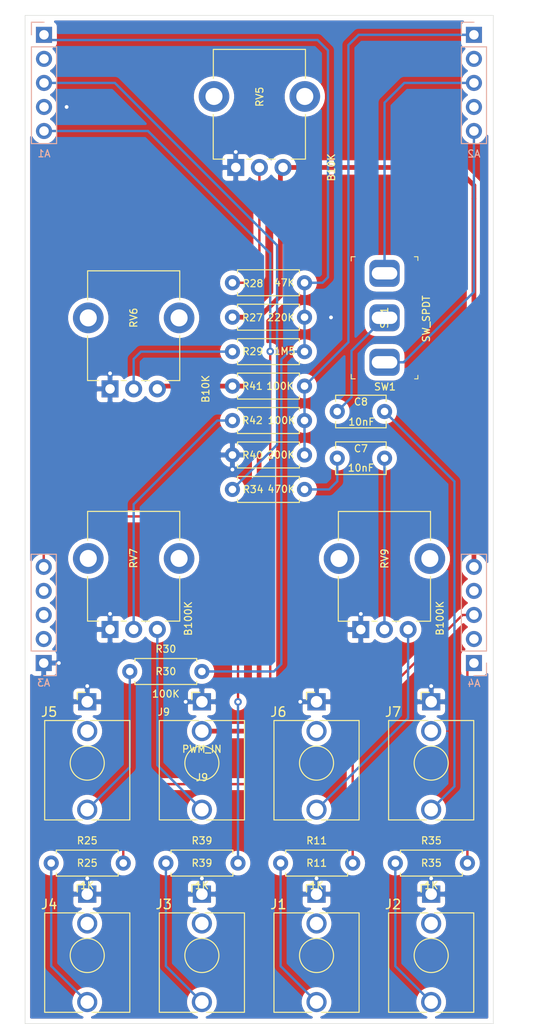
<source format=kicad_pcb>
(kicad_pcb (version 20171130) (host pcbnew "(5.1.4-0-10_14)")
  (layers (0 F.Cu signal) (31 B.Cu signal) (34 B.Paste user) (35 F.Paste user) (36 B.SilkS user) (37 F.SilkS user) (38 B.Mask user) (39 F.Mask user) (44 Edge.Cuts user))
  (net 0 "")
  (net 1 GND)
  (net 2 "Net-(J1-PadT)")
  (net 3 "Net-(J2-PadT)")
  (net 4 "Net-(J3-PadT)")
  (net 5 "Net-(J4-PadT)")
  (net 6 "Net-(J5-PadT)")
  (net 7 "Net-(C8-Pad1)")
  (net 8 +5V)
  (net 9 "Net-(R28-Pad2)")
  (net 10 "Net-(R29-Pad2)")
  (net 11 "Net-(C7-Pad2)")
  (net 12 "Net-(C7-Pad1)")
  (net 13 "Net-(C8-Pad2)")
  (net 14 "Net-(J9-PadT)")
  (net 15 "Net-(R42-Pad1)")
  (net 16 "Net-(J6-PadT)")
  (net 17 /LIN_FM_A)
  (net 18 /TRI_A)
  (net 19 /SIN_A)
  (net 20 /PWM_A)
  (net 21 /CV_IN_A)
  (net 22 /SAW_A)
  (net 23 /PULSE_A)
  (net 24 /HSYNC_A)
  (net 25 /SSYNC_A)
  (net 26 "Net-(J10-Pad4)")
  (net 27 "Net-(J10-Pad2)")
  (net 28 "Net-(J11-Pad4)")
  (net 29 "Net-(J11-Pad2)")
  (net 30 "Net-(J12-Pad4)")
  (net 31 "Net-(J12-Pad3)")
  (net 32 "Net-(J12-Pad2)")
  (net 33 "Net-(J13-Pad4)")
  (net 34 "Net-(J13-Pad2)")
  (net 35 "Net-(J1-PadTN)")
  (net 36 "Net-(J2-PadTN)")
  (net 37 "Net-(J3-PadTN)")
  (net 38 "Net-(J4-PadTN)")
  (net 39 "Net-(J5-PadTN)")
  (net 40 "Net-(J6-PadTN)")
  (net 41 "Net-(J7-PadTN)")
  (module digikey-footprints:Toggle_Switch_100SP1T1B4M2QE (layer F.Cu) (at 128.59 53.27 270)
    (fp_text reference SW1 (at 11.99 -0.04 180) (layer F.SilkS) (effects (font (size 0.75 0.75) (thickness 0.125))))
    (fp_text value SW_SPDT (at 4.81 -4.41 270) (layer F.SilkS) (effects (font (size 0.75 0.75) (thickness 0.125))))
    (fp_line (start 11.15 -3.525) (end 11.15 -3.175) (layer F.SilkS) (width 0.1))
    (fp_line (start 10.775 -3.525) (end 11.15 -3.525) (layer F.SilkS) (width 0.1))
    (fp_line (start -1.75 -3.525) (end -1.35 -3.525) (layer F.SilkS) (width 0.1))
    (fp_line (start -1.75 -3.525) (end -1.75 -3.15) (layer F.SilkS) (width 0.1))
    (fp_line (start -1.75 3.525) (end -1.75 3.1) (layer F.SilkS) (width 0.1))
    (fp_line (start -1.75 3.525) (end -1.3 3.525) (layer F.SilkS) (width 0.1))
    (fp_line (start 11.125 3.525) (end 10.675 3.525) (layer F.SilkS) (width 0.1))
    (fp_line (start 11.15 3.525) (end 11.15 3.1) (layer F.SilkS) (width 0.1))
    (fp_text user %R (at 4.7 0 270) (layer F.SilkS) (effects (font (size 0.75 0.75) (thickness 0.125))))
    (pad 3 thru_hole roundrect (at 9.4 0 270) (size 2.85 3.2) (drill oval 1.3 2.7) (layers *.Cu *.Mask) (net 25 /SSYNC_A))
    (pad 2 thru_hole roundrect (at 4.7 0 270) (size 2.85 3.2) (drill oval 1.3 2.7) (layers *.Cu *.Mask) (net 13 "Net-(C8-Pad2)"))
    (pad 1 thru_hole roundrect (at 0 0 270) (size 2.85 3.2) (drill oval 1.3 2.7) (layers *.Cu *.Mask) (net 24 /HSYNC_A))
  )
  (module Potentiometer_THT:Potentiometer_Alpha_RD901F-40-00D_Single_Vertical_CircularHoles (layer F.Cu) (at 112.86 42.09 90)
    (fp_text reference RV5 (at 7.46 2.53 270) (layer F.SilkS) (effects (font (size 0.75 0.75) (thickness 0.125))))
    (fp_text value B10K (at 0 10.11 270) (layer F.SilkS) (effects (font (size 0.75 0.75) (thickness 0.125))))
    (fp_line (start 0.88 4.16) (end 0.88 3.33) (layer F.SilkS) (width 0.12))
    (fp_line (start 0.88 1.71) (end 0.88 1.18) (layer F.SilkS) (width 0.12))
    (fp_line (start 0.88 -1.19) (end 0.88 -2.37) (layer F.SilkS) (width 0.12))
    (fp_line (start 0.88 7.37) (end 5.6 7.37) (layer F.SilkS) (width 0.12))
    (fp_line (start 9.41 -2.37) (end 12.47 -2.37) (layer F.SilkS) (width 0.12))
    (fp_line (start 0.88 -2.38) (end 5.6 -2.38) (layer F.SilkS) (width 0.12))
    (fp_line (start 9.41 7.37) (end 12.47 7.37) (layer F.SilkS) (width 0.12))
    (fp_line (start 0.88 7.37) (end 0.88 5.88) (layer F.SilkS) (width 0.12))
    (fp_line (start 12.47 7.37) (end 12.47 -2.37) (layer F.SilkS) (width 0.12))
    (pad "" thru_hole circle (at 7.5 -2.3 180) (size 3.24 3.24) (drill 1.8) (layers *.Cu *.Mask))
    (pad "" thru_hole circle (at 7.5 7.3 180) (size 3.24 3.24) (drill 1.8) (layers *.Cu *.Mask))
    (pad 3 thru_hole circle (at 0 5 180) (size 1.8 1.8) (drill 1) (layers *.Cu *.Mask) (net 8 +5V))
    (pad 2 thru_hole circle (at 0 2.5 180) (size 1.8 1.8) (drill 1) (layers *.Cu *.Mask) (net 9 "Net-(R28-Pad2)"))
    (pad 1 thru_hole rect (at 0 0 180) (size 1.8 1.8) (drill 1) (layers *.Cu *.Mask) (net 1 GND))
  )
  (module Connector_Audio:Jack_3.5mm_QingPu_WQP-PJ398SM_Vertical_CircularHoles (layer F.Cu) (at 133.52 98.53)
    (fp_text reference J7 (at -4.03 1.08 180) (layer F.SilkS))
    (fp_text value SYNC_IN)
    (fp_line (start -1.06 -1) (end -0.2 -1) (layer F.SilkS) (width 0.12))
    (fp_line (start -1.06 -1) (end -1.06 -0.2) (layer F.SilkS) (width 0.12))
    (fp_circle (center 0 6.48) (end 1.8 6.48) (layer F.SilkS) (width 0.12))
    (fp_line (start -0.35 1.98) (end -4.5 1.98) (layer F.SilkS) (width 0.12))
    (fp_line (start 4.5 1.98) (end 0.35 1.98) (layer F.SilkS) (width 0.12))
    (fp_line (start -0.5 12.48) (end -4.5 12.48) (layer F.SilkS) (width 0.12))
    (fp_line (start 4.5 12.48) (end 0.5 12.48) (layer F.SilkS) (width 0.12))
    (fp_line (start 4.5 1.98) (end 4.5 12.48) (layer F.SilkS) (width 0.12))
    (fp_line (start -4.5 1.98) (end -4.5 12.48) (layer F.SilkS) (width 0.12))
    (pad T thru_hole circle (at 0 11.4 180) (size 2.13 2.13) (drill 1.43) (layers *.Cu *.Mask) (net 7 "Net-(C8-Pad1)"))
    (pad S thru_hole rect (at 0 0 180) (size 1.93 1.83) (drill 1.22) (layers *.Cu *.Mask) (net 1 GND))
    (pad TN thru_hole circle (at 0 3.1 180) (size 2.13 2.13) (drill 1.42) (layers *.Cu *.Mask) (net 41 "Net-(J7-PadTN)"))
  )
  (module Connector_Audio:Jack_3.5mm_QingPu_WQP-PJ398SM_Vertical_CircularHoles (layer F.Cu) (at 121.4 98.53)
    (fp_text reference J6 (at -4.03 1.08 180) (layer F.SilkS))
    (fp_text value FM_IN)
    (fp_line (start -1.06 -1) (end -0.2 -1) (layer F.SilkS) (width 0.12))
    (fp_line (start -1.06 -1) (end -1.06 -0.2) (layer F.SilkS) (width 0.12))
    (fp_circle (center 0 6.48) (end 1.8 6.48) (layer F.SilkS) (width 0.12))
    (fp_line (start -0.35 1.98) (end -4.5 1.98) (layer F.SilkS) (width 0.12))
    (fp_line (start 4.5 1.98) (end 0.35 1.98) (layer F.SilkS) (width 0.12))
    (fp_line (start -0.5 12.48) (end -4.5 12.48) (layer F.SilkS) (width 0.12))
    (fp_line (start 4.5 12.48) (end 0.5 12.48) (layer F.SilkS) (width 0.12))
    (fp_line (start 4.5 1.98) (end 4.5 12.48) (layer F.SilkS) (width 0.12))
    (fp_line (start -4.5 1.98) (end -4.5 12.48) (layer F.SilkS) (width 0.12))
    (pad T thru_hole circle (at 0 11.4 180) (size 2.13 2.13) (drill 1.43) (layers *.Cu *.Mask) (net 16 "Net-(J6-PadT)"))
    (pad S thru_hole rect (at 0 0 180) (size 1.93 1.83) (drill 1.22) (layers *.Cu *.Mask) (net 1 GND))
    (pad TN thru_hole circle (at 0 3.1 180) (size 2.13 2.13) (drill 1.42) (layers *.Cu *.Mask) (net 40 "Net-(J6-PadTN)"))
  )
  (module Connector_Audio:Jack_3.5mm_QingPu_WQP-PJ398SM_Vertical_CircularHoles (layer F.Cu) (at 97.16 98.53)
    (fp_text reference J5 (at -4.03 1.08 180) (layer F.SilkS))
    (fp_text value V/OCT_IN)
    (fp_line (start -1.06 -1) (end -0.2 -1) (layer F.SilkS) (width 0.12))
    (fp_line (start -1.06 -1) (end -1.06 -0.2) (layer F.SilkS) (width 0.12))
    (fp_circle (center 0 6.48) (end 1.8 6.48) (layer F.SilkS) (width 0.12))
    (fp_line (start -0.35 1.98) (end -4.5 1.98) (layer F.SilkS) (width 0.12))
    (fp_line (start 4.5 1.98) (end 0.35 1.98) (layer F.SilkS) (width 0.12))
    (fp_line (start -0.5 12.48) (end -4.5 12.48) (layer F.SilkS) (width 0.12))
    (fp_line (start 4.5 12.48) (end 0.5 12.48) (layer F.SilkS) (width 0.12))
    (fp_line (start 4.5 1.98) (end 4.5 12.48) (layer F.SilkS) (width 0.12))
    (fp_line (start -4.5 1.98) (end -4.5 12.48) (layer F.SilkS) (width 0.12))
    (pad T thru_hole circle (at 0 11.4 180) (size 2.13 2.13) (drill 1.43) (layers *.Cu *.Mask) (net 6 "Net-(J5-PadT)"))
    (pad S thru_hole rect (at 0 0 180) (size 1.93 1.83) (drill 1.22) (layers *.Cu *.Mask) (net 1 GND))
    (pad TN thru_hole circle (at 0 3.1 180) (size 2.13 2.13) (drill 1.42) (layers *.Cu *.Mask) (net 39 "Net-(J5-PadTN)"))
  )
  (module Connector_Audio:Jack_3.5mm_QingPu_WQP-PJ398SM_Vertical_CircularHoles (layer F.Cu) (at 97.16 118.85)
    (fp_text reference J4 (at -4.03 1.08 180) (layer F.SilkS))
    (fp_text value SIN_OUT)
    (fp_line (start -1.06 -1) (end -0.2 -1) (layer F.SilkS) (width 0.12))
    (fp_line (start -1.06 -1) (end -1.06 -0.2) (layer F.SilkS) (width 0.12))
    (fp_circle (center 0 6.48) (end 1.8 6.48) (layer F.SilkS) (width 0.12))
    (fp_line (start -0.35 1.98) (end -4.5 1.98) (layer F.SilkS) (width 0.12))
    (fp_line (start 4.5 1.98) (end 0.35 1.98) (layer F.SilkS) (width 0.12))
    (fp_line (start -0.5 12.48) (end -4.5 12.48) (layer F.SilkS) (width 0.12))
    (fp_line (start 4.5 12.48) (end 0.5 12.48) (layer F.SilkS) (width 0.12))
    (fp_line (start 4.5 1.98) (end 4.5 12.48) (layer F.SilkS) (width 0.12))
    (fp_line (start -4.5 1.98) (end -4.5 12.48) (layer F.SilkS) (width 0.12))
    (pad T thru_hole circle (at 0 11.4 180) (size 2.13 2.13) (drill 1.43) (layers *.Cu *.Mask) (net 5 "Net-(J4-PadT)"))
    (pad S thru_hole rect (at 0 0 180) (size 1.93 1.83) (drill 1.22) (layers *.Cu *.Mask) (net 1 GND))
    (pad TN thru_hole circle (at 0 3.1 180) (size 2.13 2.13) (drill 1.42) (layers *.Cu *.Mask) (net 38 "Net-(J4-PadTN)"))
  )
  (module Connector_Audio:Jack_3.5mm_QingPu_WQP-PJ398SM_Vertical_CircularHoles (layer F.Cu) (at 109.28 118.85)
    (fp_text reference J3 (at -4.03 1.08 180) (layer F.SilkS))
    (fp_text value TRI_OUT)
    (fp_line (start -1.06 -1) (end -0.2 -1) (layer F.SilkS) (width 0.12))
    (fp_line (start -1.06 -1) (end -1.06 -0.2) (layer F.SilkS) (width 0.12))
    (fp_circle (center 0 6.48) (end 1.8 6.48) (layer F.SilkS) (width 0.12))
    (fp_line (start -0.35 1.98) (end -4.5 1.98) (layer F.SilkS) (width 0.12))
    (fp_line (start 4.5 1.98) (end 0.35 1.98) (layer F.SilkS) (width 0.12))
    (fp_line (start -0.5 12.48) (end -4.5 12.48) (layer F.SilkS) (width 0.12))
    (fp_line (start 4.5 12.48) (end 0.5 12.48) (layer F.SilkS) (width 0.12))
    (fp_line (start 4.5 1.98) (end 4.5 12.48) (layer F.SilkS) (width 0.12))
    (fp_line (start -4.5 1.98) (end -4.5 12.48) (layer F.SilkS) (width 0.12))
    (pad T thru_hole circle (at 0 11.4 180) (size 2.13 2.13) (drill 1.43) (layers *.Cu *.Mask) (net 4 "Net-(J3-PadT)"))
    (pad S thru_hole rect (at 0 0 180) (size 1.93 1.83) (drill 1.22) (layers *.Cu *.Mask) (net 1 GND))
    (pad TN thru_hole circle (at 0 3.1 180) (size 2.13 2.13) (drill 1.42) (layers *.Cu *.Mask) (net 37 "Net-(J3-PadTN)"))
  )
  (module Connector_Audio:Jack_3.5mm_QingPu_WQP-PJ398SM_Vertical_CircularHoles (layer F.Cu) (at 133.52 118.85)
    (fp_text reference J2 (at -4.03 1.08 180) (layer F.SilkS))
    (fp_text value PULSE_OUT)
    (fp_line (start -1.06 -1) (end -0.2 -1) (layer F.SilkS) (width 0.12))
    (fp_line (start -1.06 -1) (end -1.06 -0.2) (layer F.SilkS) (width 0.12))
    (fp_circle (center 0 6.48) (end 1.8 6.48) (layer F.SilkS) (width 0.12))
    (fp_line (start -0.35 1.98) (end -4.5 1.98) (layer F.SilkS) (width 0.12))
    (fp_line (start 4.5 1.98) (end 0.35 1.98) (layer F.SilkS) (width 0.12))
    (fp_line (start -0.5 12.48) (end -4.5 12.48) (layer F.SilkS) (width 0.12))
    (fp_line (start 4.5 12.48) (end 0.5 12.48) (layer F.SilkS) (width 0.12))
    (fp_line (start 4.5 1.98) (end 4.5 12.48) (layer F.SilkS) (width 0.12))
    (fp_line (start -4.5 1.98) (end -4.5 12.48) (layer F.SilkS) (width 0.12))
    (pad T thru_hole circle (at 0 11.4 180) (size 2.13 2.13) (drill 1.43) (layers *.Cu *.Mask) (net 3 "Net-(J2-PadT)"))
    (pad S thru_hole rect (at 0 0 180) (size 1.93 1.83) (drill 1.22) (layers *.Cu *.Mask) (net 1 GND))
    (pad TN thru_hole circle (at 0 3.1 180) (size 2.13 2.13) (drill 1.42) (layers *.Cu *.Mask) (net 36 "Net-(J2-PadTN)"))
  )
  (module Connector_Audio:Jack_3.5mm_QingPu_WQP-PJ398SM_Vertical_CircularHoles (layer F.Cu) (at 121.4 118.85)
    (fp_text reference J1 (at -4.03 1.08 180) (layer F.SilkS))
    (fp_text value SAW_OUT)
    (fp_line (start -1.06 -1) (end -0.2 -1) (layer F.SilkS) (width 0.12))
    (fp_line (start -1.06 -1) (end -1.06 -0.2) (layer F.SilkS) (width 0.12))
    (fp_circle (center 0 6.48) (end 1.8 6.48) (layer F.SilkS) (width 0.12))
    (fp_line (start -0.35 1.98) (end -4.5 1.98) (layer F.SilkS) (width 0.12))
    (fp_line (start 4.5 1.98) (end 0.35 1.98) (layer F.SilkS) (width 0.12))
    (fp_line (start -0.5 12.48) (end -4.5 12.48) (layer F.SilkS) (width 0.12))
    (fp_line (start 4.5 12.48) (end 0.5 12.48) (layer F.SilkS) (width 0.12))
    (fp_line (start 4.5 1.98) (end 4.5 12.48) (layer F.SilkS) (width 0.12))
    (fp_line (start -4.5 1.98) (end -4.5 12.48) (layer F.SilkS) (width 0.12))
    (pad T thru_hole circle (at 0 11.4 180) (size 2.13 2.13) (drill 1.43) (layers *.Cu *.Mask) (net 2 "Net-(J1-PadT)"))
    (pad S thru_hole rect (at 0 0 180) (size 1.93 1.83) (drill 1.22) (layers *.Cu *.Mask) (net 1 GND))
    (pad TN thru_hole circle (at 0 3.1 180) (size 2.13 2.13) (drill 1.42) (layers *.Cu *.Mask) (net 35 "Net-(J1-PadTN)"))
  )
  (module Capacitor_THT:C_Disc_D5.1mm_W3.2mm_P5.00mm (layer F.Cu) (at 128.59 67.87 180)
    (fp_text reference C8 (at 2.5 1.02) (layer F.SilkS) (effects (font (size 0.75 0.75) (thickness 0.125))))
    (fp_text value 10nF (at 2.44 -1.1) (layer F.SilkS) (effects (font (size 0.75 0.75) (thickness 0.125))))
    (fp_line (start 5.17 1.055) (end 5.17 1.721) (layer F.SilkS) (width 0.12))
    (fp_line (start 5.17 -1.721) (end 5.17 -1.055) (layer F.SilkS) (width 0.12))
    (fp_line (start -0.17 1.055) (end -0.17 1.721) (layer F.SilkS) (width 0.12))
    (fp_line (start -0.17 -1.721) (end -0.17 -1.055) (layer F.SilkS) (width 0.12))
    (fp_line (start -0.17 1.721) (end 5.17 1.721) (layer F.SilkS) (width 0.12))
    (fp_line (start -0.17 -1.721) (end 5.17 -1.721) (layer F.SilkS) (width 0.12))
    (pad 2 thru_hole circle (at 5 0 180) (size 1.6 1.6) (drill 0.8) (layers *.Cu *.Mask) (net 13 "Net-(C8-Pad2)"))
    (pad 1 thru_hole circle (at 0 0 180) (size 1.6 1.6) (drill 0.8) (layers *.Cu *.Mask) (net 7 "Net-(C8-Pad1)"))
  )
  (module Capacitor_THT:C_Disc_D5.1mm_W3.2mm_P5.00mm (layer F.Cu) (at 128.59 72.8 180)
    (fp_text reference C7 (at 2.5 1.01) (layer F.SilkS) (effects (font (size 0.75 0.75) (thickness 0.125))))
    (fp_text value 10nF (at 2.5 -1.03) (layer F.SilkS) (effects (font (size 0.75 0.75) (thickness 0.125))))
    (fp_line (start 5.17 1.055) (end 5.17 1.721) (layer F.SilkS) (width 0.12))
    (fp_line (start 5.17 -1.721) (end 5.17 -1.055) (layer F.SilkS) (width 0.12))
    (fp_line (start -0.17 1.055) (end -0.17 1.721) (layer F.SilkS) (width 0.12))
    (fp_line (start -0.17 -1.721) (end -0.17 -1.055) (layer F.SilkS) (width 0.12))
    (fp_line (start -0.17 1.721) (end 5.17 1.721) (layer F.SilkS) (width 0.12))
    (fp_line (start -0.17 -1.721) (end 5.17 -1.721) (layer F.SilkS) (width 0.12))
    (pad 2 thru_hole circle (at 5 0 180) (size 1.6 1.6) (drill 0.8) (layers *.Cu *.Mask) (net 11 "Net-(C7-Pad2)"))
    (pad 1 thru_hole circle (at 0 0 180) (size 1.6 1.6) (drill 0.8) (layers *.Cu *.Mask) (net 12 "Net-(C7-Pad1)"))
  )
  (module Connector_PinSocket_2.54mm:PinSocket_1x05_P2.54mm_Vertical (layer B.Cu) (at 138.04 94.44)
    (fp_text reference J13)
    (fp_text value A4 (at 0 2.14) (layer B.SilkS) (effects (font (size 0.75 0.75) (thickness 0.125)) (justify mirror)))
    (fp_line (start 0 1.33) (end 1.33 1.33) (layer B.SilkS) (width 0.12))
    (fp_line (start 1.33 1.33) (end 1.33 0) (layer B.SilkS) (width 0.12))
    (fp_line (start 1.33 -1.27) (end 1.33 -11.49) (layer B.SilkS) (width 0.12))
    (fp_line (start -1.33 -11.49) (end 1.33 -11.49) (layer B.SilkS) (width 0.12))
    (fp_line (start -1.33 -1.27) (end -1.33 -11.49) (layer B.SilkS) (width 0.12))
    (fp_line (start -1.33 -1.27) (end 1.33 -1.27) (layer B.SilkS) (width 0.12))
    (pad 5 thru_hole oval (at 0 -10.16) (size 1.7 1.7) (drill 1) (layers *.Cu *.Mask) (net 8 +5V))
    (pad 4 thru_hole oval (at 0 -7.62) (size 1.7 1.7) (drill 1) (layers *.Cu *.Mask) (net 33 "Net-(J13-Pad4)"))
    (pad 3 thru_hole oval (at 0 -5.08) (size 1.7 1.7) (drill 1) (layers *.Cu *.Mask) (net 22 /SAW_A))
    (pad 2 thru_hole oval (at 0 -2.54) (size 1.7 1.7) (drill 1) (layers *.Cu *.Mask) (net 34 "Net-(J13-Pad2)"))
    (pad 1 thru_hole rect (at 0 0) (size 1.7 1.7) (drill 1) (layers *.Cu *.Mask) (net 23 /PULSE_A))
  )
  (module Connector_PinSocket_2.54mm:PinSocket_1x05_P2.54mm_Vertical (layer B.Cu) (at 92.56 94.44)
    (fp_text reference J12)
    (fp_text value A3 (at -0.01 2.09) (layer B.SilkS) (effects (font (size 0.75 0.75) (thickness 0.125)) (justify mirror)))
    (fp_line (start 0 1.33) (end 1.33 1.33) (layer B.SilkS) (width 0.12))
    (fp_line (start 1.33 1.33) (end 1.33 0) (layer B.SilkS) (width 0.12))
    (fp_line (start 1.33 -1.27) (end 1.33 -11.49) (layer B.SilkS) (width 0.12))
    (fp_line (start -1.33 -11.49) (end 1.33 -11.49) (layer B.SilkS) (width 0.12))
    (fp_line (start -1.33 -1.27) (end -1.33 -11.49) (layer B.SilkS) (width 0.12))
    (fp_line (start -1.33 -1.27) (end 1.33 -1.27) (layer B.SilkS) (width 0.12))
    (pad 5 thru_hole oval (at 0 -10.16) (size 1.7 1.7) (drill 1) (layers *.Cu *.Mask) (net 18 /TRI_A))
    (pad 4 thru_hole oval (at 0 -7.62) (size 1.7 1.7) (drill 1) (layers *.Cu *.Mask) (net 30 "Net-(J12-Pad4)"))
    (pad 3 thru_hole oval (at 0 -5.08) (size 1.7 1.7) (drill 1) (layers *.Cu *.Mask) (net 31 "Net-(J12-Pad3)"))
    (pad 2 thru_hole oval (at 0 -2.54) (size 1.7 1.7) (drill 1) (layers *.Cu *.Mask) (net 32 "Net-(J12-Pad2)"))
    (pad 1 thru_hole rect (at 0 0) (size 1.7 1.7) (drill 1) (layers *.Cu *.Mask) (net 1 GND))
  )
  (module Connector_PinSocket_2.54mm:PinSocket_1x05_P2.54mm_Vertical (layer B.Cu) (at 138.04 28.08 180)
    (fp_text reference J11)
    (fp_text value A2 (at 0 -12.57) (layer B.SilkS) (effects (font (size 0.75 0.75) (thickness 0.125)) (justify mirror)))
    (fp_line (start 0 1.33) (end 1.33 1.33) (layer B.SilkS) (width 0.12))
    (fp_line (start 1.33 1.33) (end 1.33 0) (layer B.SilkS) (width 0.12))
    (fp_line (start 1.33 -1.27) (end 1.33 -11.49) (layer B.SilkS) (width 0.12))
    (fp_line (start -1.33 -11.49) (end 1.33 -11.49) (layer B.SilkS) (width 0.12))
    (fp_line (start -1.33 -1.27) (end -1.33 -11.49) (layer B.SilkS) (width 0.12))
    (fp_line (start -1.33 -1.27) (end 1.33 -1.27) (layer B.SilkS) (width 0.12))
    (pad 5 thru_hole oval (at 0 -10.16 180) (size 1.7 1.7) (drill 1) (layers *.Cu *.Mask) (net 25 /SSYNC_A))
    (pad 4 thru_hole oval (at 0 -7.62 180) (size 1.7 1.7) (drill 1) (layers *.Cu *.Mask) (net 28 "Net-(J11-Pad4)"))
    (pad 3 thru_hole oval (at 0 -5.08 180) (size 1.7 1.7) (drill 1) (layers *.Cu *.Mask) (net 24 /HSYNC_A))
    (pad 2 thru_hole oval (at 0 -2.54 180) (size 1.7 1.7) (drill 1) (layers *.Cu *.Mask) (net 29 "Net-(J11-Pad2)"))
    (pad 1 thru_hole rect (at 0 0 180) (size 1.7 1.7) (drill 1) (layers *.Cu *.Mask) (net 20 /PWM_A))
  )
  (module Connector_PinSocket_2.54mm:PinSocket_1x05_P2.54mm_Vertical (layer B.Cu) (at 92.59 28.08 180)
    (fp_text reference J10)
    (fp_text value A1 (at 0 -12.55) (layer B.SilkS) (effects (font (size 0.75 0.75) (thickness 0.125)) (justify mirror)))
    (fp_line (start 0 1.33) (end 1.33 1.33) (layer B.SilkS) (width 0.12))
    (fp_line (start 1.33 1.33) (end 1.33 0) (layer B.SilkS) (width 0.12))
    (fp_line (start 1.33 -1.27) (end 1.33 -11.49) (layer B.SilkS) (width 0.12))
    (fp_line (start -1.33 -11.49) (end 1.33 -11.49) (layer B.SilkS) (width 0.12))
    (fp_line (start -1.33 -1.27) (end -1.33 -11.49) (layer B.SilkS) (width 0.12))
    (fp_line (start -1.33 -1.27) (end 1.33 -1.27) (layer B.SilkS) (width 0.12))
    (pad 5 thru_hole oval (at 0 -10.16 180) (size 1.7 1.7) (drill 1) (layers *.Cu *.Mask) (net 19 /SIN_A))
    (pad 4 thru_hole oval (at 0 -7.62 180) (size 1.7 1.7) (drill 1) (layers *.Cu *.Mask) (net 26 "Net-(J10-Pad4)"))
    (pad 3 thru_hole oval (at 0 -5.08 180) (size 1.7 1.7) (drill 1) (layers *.Cu *.Mask) (net 17 /LIN_FM_A))
    (pad 2 thru_hole oval (at 0 -2.54 180) (size 1.7 1.7) (drill 1) (layers *.Cu *.Mask) (net 27 "Net-(J10-Pad2)"))
    (pad 1 thru_hole rect (at 0 0 180) (size 1.7 1.7) (drill 1) (layers *.Cu *.Mask) (net 21 /CV_IN_A))
  )
  (module Potentiometer_THT:Potentiometer_Alpha_RD901F-40-00D_Single_Vertical_CircularHoles (layer F.Cu) (at 126.08 90.9 90)
    (fp_text reference RV9 (at 7.49 2.53 270) (layer F.SilkS) (effects (font (size 0.75 0.75) (thickness 0.125))))
    (fp_text value B100K (at 1.19 8.37 270) (layer F.SilkS) (effects (font (size 0.75 0.75) (thickness 0.125))))
    (fp_line (start 0.88 4.16) (end 0.88 3.33) (layer F.SilkS) (width 0.12))
    (fp_line (start 0.88 1.71) (end 0.88 1.18) (layer F.SilkS) (width 0.12))
    (fp_line (start 0.88 -1.19) (end 0.88 -2.37) (layer F.SilkS) (width 0.12))
    (fp_line (start 0.88 7.37) (end 5.6 7.37) (layer F.SilkS) (width 0.12))
    (fp_line (start 9.41 -2.37) (end 12.47 -2.37) (layer F.SilkS) (width 0.12))
    (fp_line (start 0.88 -2.38) (end 5.6 -2.38) (layer F.SilkS) (width 0.12))
    (fp_line (start 9.41 7.37) (end 12.47 7.37) (layer F.SilkS) (width 0.12))
    (fp_line (start 0.88 7.37) (end 0.88 5.88) (layer F.SilkS) (width 0.12))
    (fp_line (start 12.47 7.37) (end 12.47 -2.37) (layer F.SilkS) (width 0.12))
    (pad "" thru_hole circle (at 7.5 -2.3 180) (size 3.24 3.24) (drill 1.8) (layers *.Cu *.Mask))
    (pad "" thru_hole circle (at 7.5 7.3 180) (size 3.24 3.24) (drill 1.8) (layers *.Cu *.Mask))
    (pad 3 thru_hole circle (at 0 5 180) (size 1.8 1.8) (drill 1) (layers *.Cu *.Mask) (net 16 "Net-(J6-PadT)"))
    (pad 2 thru_hole circle (at 0 2.5 180) (size 1.8 1.8) (drill 1) (layers *.Cu *.Mask) (net 12 "Net-(C7-Pad1)"))
    (pad 1 thru_hole rect (at 0 0 180) (size 1.8 1.8) (drill 1) (layers *.Cu *.Mask) (net 1 GND))
  )
  (module Potentiometer_THT:Potentiometer_Alpha_RD901F-40-00D_Single_Vertical_CircularHoles (layer F.Cu) (at 99.57 90.89 90)
    (fp_text reference RV7 (at 7.52 2.49 270) (layer F.SilkS) (effects (font (size 0.75 0.75) (thickness 0.125))))
    (fp_text value B100K (at 1.15 8.27 270) (layer F.SilkS) (effects (font (size 0.75 0.75) (thickness 0.125))))
    (fp_line (start 0.88 4.16) (end 0.88 3.33) (layer F.SilkS) (width 0.12))
    (fp_line (start 0.88 1.71) (end 0.88 1.18) (layer F.SilkS) (width 0.12))
    (fp_line (start 0.88 -1.19) (end 0.88 -2.37) (layer F.SilkS) (width 0.12))
    (fp_line (start 0.88 7.37) (end 5.6 7.37) (layer F.SilkS) (width 0.12))
    (fp_line (start 9.41 -2.37) (end 12.47 -2.37) (layer F.SilkS) (width 0.12))
    (fp_line (start 0.88 -2.38) (end 5.6 -2.38) (layer F.SilkS) (width 0.12))
    (fp_line (start 9.41 7.37) (end 12.47 7.37) (layer F.SilkS) (width 0.12))
    (fp_line (start 0.88 7.37) (end 0.88 5.88) (layer F.SilkS) (width 0.12))
    (fp_line (start 12.47 7.37) (end 12.47 -2.37) (layer F.SilkS) (width 0.12))
    (pad "" thru_hole circle (at 7.5 -2.3 180) (size 3.24 3.24) (drill 1.8) (layers *.Cu *.Mask))
    (pad "" thru_hole circle (at 7.5 7.3 180) (size 3.24 3.24) (drill 1.8) (layers *.Cu *.Mask))
    (pad 3 thru_hole circle (at 0 5 180) (size 1.8 1.8) (drill 1) (layers *.Cu *.Mask) (net 14 "Net-(J9-PadT)"))
    (pad 2 thru_hole circle (at 0 2.5 180) (size 1.8 1.8) (drill 1) (layers *.Cu *.Mask) (net 15 "Net-(R42-Pad1)"))
    (pad 1 thru_hole rect (at 0 0 180) (size 1.8 1.8) (drill 1) (layers *.Cu *.Mask) (net 1 GND))
  )
  (module Resistor_THT:R_Axial_DIN0207_L6.3mm_D2.5mm_P7.62mm_Horizontal (layer F.Cu) (at 112.51 68.823332)
    (fp_text reference R42 (at 2.11 -0.013332) (layer F.SilkS) (effects (font (size 0.75 0.75) (thickness 0.125))))
    (fp_text value 100K (at 5.18 -0.013332) (layer F.SilkS) (effects (font (size 0.75 0.75) (thickness 0.125))))
    (fp_line (start 7.08 1.37) (end 7.08 1.04) (layer F.SilkS) (width 0.12))
    (fp_line (start 0.54 1.37) (end 7.08 1.37) (layer F.SilkS) (width 0.12))
    (fp_line (start 0.54 1.04) (end 0.54 1.37) (layer F.SilkS) (width 0.12))
    (fp_line (start 7.08 -1.37) (end 7.08 -1.04) (layer F.SilkS) (width 0.12))
    (fp_line (start 0.54 -1.37) (end 7.08 -1.37) (layer F.SilkS) (width 0.12))
    (fp_line (start 0.54 -1.04) (end 0.54 -1.37) (layer F.SilkS) (width 0.12))
    (pad 2 thru_hole oval (at 7.62 0) (size 1.6 1.6) (drill 0.8) (layers *.Cu *.Mask) (net 20 /PWM_A))
    (pad 1 thru_hole circle (at 0 0) (size 1.6 1.6) (drill 0.8) (layers *.Cu *.Mask) (net 15 "Net-(R42-Pad1)"))
  )
  (module Resistor_THT:R_Axial_DIN0207_L6.3mm_D2.5mm_P7.62mm_Horizontal (layer F.Cu) (at 112.51 65.184999)
    (fp_text reference R41 (at 2.11 0.005001) (layer F.SilkS) (effects (font (size 0.75 0.75) (thickness 0.125))))
    (fp_text value 100K (at 5.04 0.005001) (layer F.SilkS) (effects (font (size 0.75 0.75) (thickness 0.125))))
    (fp_line (start 7.08 1.37) (end 7.08 1.04) (layer F.SilkS) (width 0.12))
    (fp_line (start 0.54 1.37) (end 7.08 1.37) (layer F.SilkS) (width 0.12))
    (fp_line (start 0.54 1.04) (end 0.54 1.37) (layer F.SilkS) (width 0.12))
    (fp_line (start 7.08 -1.37) (end 7.08 -1.04) (layer F.SilkS) (width 0.12))
    (fp_line (start 0.54 -1.37) (end 7.08 -1.37) (layer F.SilkS) (width 0.12))
    (fp_line (start 0.54 -1.04) (end 0.54 -1.37) (layer F.SilkS) (width 0.12))
    (pad 2 thru_hole oval (at 7.62 0) (size 1.6 1.6) (drill 0.8) (layers *.Cu *.Mask) (net 20 /PWM_A))
    (pad 1 thru_hole circle (at 0 0) (size 1.6 1.6) (drill 0.8) (layers *.Cu *.Mask) (net 8 +5V))
  )
  (module Resistor_THT:R_Axial_DIN0207_L6.3mm_D2.5mm_P7.62mm_Horizontal (layer F.Cu) (at 120.13 72.461665 180)
    (fp_text reference R40 (at 5.49 -0.018335) (layer F.SilkS) (effects (font (size 0.75 0.75) (thickness 0.125))))
    (fp_text value 200K (at 2.49 0.011665) (layer F.SilkS) (effects (font (size 0.75 0.75) (thickness 0.125))))
    (fp_line (start 7.08 1.37) (end 7.08 1.04) (layer F.SilkS) (width 0.12))
    (fp_line (start 0.54 1.37) (end 7.08 1.37) (layer F.SilkS) (width 0.12))
    (fp_line (start 0.54 1.04) (end 0.54 1.37) (layer F.SilkS) (width 0.12))
    (fp_line (start 7.08 -1.37) (end 7.08 -1.04) (layer F.SilkS) (width 0.12))
    (fp_line (start 0.54 -1.37) (end 7.08 -1.37) (layer F.SilkS) (width 0.12))
    (fp_line (start 0.54 -1.04) (end 0.54 -1.37) (layer F.SilkS) (width 0.12))
    (pad 2 thru_hole oval (at 7.62 0 180) (size 1.6 1.6) (drill 0.8) (layers *.Cu *.Mask) (net 1 GND))
    (pad 1 thru_hole circle (at 0 0 180) (size 1.6 1.6) (drill 0.8) (layers *.Cu *.Mask) (net 20 /PWM_A))
  )
  (module Resistor_THT:R_Axial_DIN0207_L6.3mm_D2.5mm_P7.62mm_Horizontal (layer F.Cu) (at 105.476666 115.57)
    (fp_text reference R39 (at 3.81 -2.37) (layer F.SilkS) (effects (font (size 0.75 0.75) (thickness 0.125))))
    (fp_text value 1K (at 3.81 2.37) (layer F.SilkS) (effects (font (size 0.75 0.75) (thickness 0.125))))
    (fp_text user %R (at 3.81 0) (layer F.SilkS) (effects (font (size 0.75 0.75) (thickness 0.125))))
    (fp_line (start 7.08 1.37) (end 7.08 1.04) (layer F.SilkS) (width 0.12))
    (fp_line (start 0.54 1.37) (end 7.08 1.37) (layer F.SilkS) (width 0.12))
    (fp_line (start 0.54 1.04) (end 0.54 1.37) (layer F.SilkS) (width 0.12))
    (fp_line (start 7.08 -1.37) (end 7.08 -1.04) (layer F.SilkS) (width 0.12))
    (fp_line (start 0.54 -1.37) (end 7.08 -1.37) (layer F.SilkS) (width 0.12))
    (fp_line (start 0.54 -1.04) (end 0.54 -1.37) (layer F.SilkS) (width 0.12))
    (pad 2 thru_hole oval (at 7.62 0) (size 1.6 1.6) (drill 0.8) (layers *.Cu *.Mask) (net 18 /TRI_A))
    (pad 1 thru_hole circle (at 0 0) (size 1.6 1.6) (drill 0.8) (layers *.Cu *.Mask) (net 4 "Net-(J3-PadT)"))
  )
  (module Resistor_THT:R_Axial_DIN0207_L6.3mm_D2.5mm_P7.62mm_Horizontal (layer F.Cu) (at 129.73 115.57)
    (fp_text reference R35 (at 3.81 -2.37) (layer F.SilkS) (effects (font (size 0.75 0.75) (thickness 0.125))))
    (fp_text value 1K (at 3.81 2.37) (layer F.SilkS) (effects (font (size 0.75 0.75) (thickness 0.125))))
    (fp_text user %R (at 3.81 0) (layer F.SilkS) (effects (font (size 0.75 0.75) (thickness 0.125))))
    (fp_line (start 7.08 1.37) (end 7.08 1.04) (layer F.SilkS) (width 0.12))
    (fp_line (start 0.54 1.37) (end 7.08 1.37) (layer F.SilkS) (width 0.12))
    (fp_line (start 0.54 1.04) (end 0.54 1.37) (layer F.SilkS) (width 0.12))
    (fp_line (start 7.08 -1.37) (end 7.08 -1.04) (layer F.SilkS) (width 0.12))
    (fp_line (start 0.54 -1.37) (end 7.08 -1.37) (layer F.SilkS) (width 0.12))
    (fp_line (start 0.54 -1.04) (end 0.54 -1.37) (layer F.SilkS) (width 0.12))
    (pad 2 thru_hole oval (at 7.62 0) (size 1.6 1.6) (drill 0.8) (layers *.Cu *.Mask) (net 23 /PULSE_A))
    (pad 1 thru_hole circle (at 0 0) (size 1.6 1.6) (drill 0.8) (layers *.Cu *.Mask) (net 3 "Net-(J2-PadT)"))
  )
  (module Connector_Audio:Jack_3.5mm_QingPu_WQP-PJ398SM_Vertical_CircularHoles (layer F.Cu) (at 109.28 98.53)
    (fp_text reference J9 (at -4.03 1.08 180) (layer F.SilkS) (effects (font (size 0.75 0.75) (thickness 0.125))))
    (fp_text value PWM_IN (at 0 5 180) (layer F.SilkS) (effects (font (size 0.75 0.75) (thickness 0.125))))
    (fp_line (start -1.06 -1) (end -0.2 -1) (layer F.SilkS) (width 0.12))
    (fp_line (start -1.06 -1) (end -1.06 -0.2) (layer F.SilkS) (width 0.12))
    (fp_circle (center 0 6.48) (end 1.8 6.48) (layer F.SilkS) (width 0.12))
    (fp_line (start -0.35 1.98) (end -4.5 1.98) (layer F.SilkS) (width 0.12))
    (fp_line (start 4.5 1.98) (end 0.35 1.98) (layer F.SilkS) (width 0.12))
    (fp_line (start -0.5 12.48) (end -4.5 12.48) (layer F.SilkS) (width 0.12))
    (fp_line (start 4.5 12.48) (end 0.5 12.48) (layer F.SilkS) (width 0.12))
    (fp_line (start 4.5 1.98) (end 4.5 12.48) (layer F.SilkS) (width 0.12))
    (fp_line (start -4.5 1.98) (end -4.5 12.48) (layer F.SilkS) (width 0.12))
    (fp_text user %R (at 0 8 180) (layer F.SilkS) (effects (font (size 0.75 0.75) (thickness 0.125))))
    (pad T thru_hole circle (at 0 11.4 180) (size 2.13 2.13) (drill 1.43) (layers *.Cu *.Mask) (net 14 "Net-(J9-PadT)"))
    (pad S thru_hole rect (at 0 0 180) (size 1.93 1.83) (drill 1.22) (layers *.Cu *.Mask) (net 1 GND))
    (pad TN thru_hole circle (at 0 3.1 180) (size 2.13 2.13) (drill 1.42) (layers *.Cu *.Mask) (net 8 +5V))
  )
  (module Resistor_THT:R_Axial_DIN0207_L6.3mm_D2.5mm_P7.62mm_Horizontal (layer F.Cu) (at 112.51 76.1)
    (fp_text reference R34 (at 2.19 0) (layer F.SilkS) (effects (font (size 0.75 0.75) (thickness 0.125))))
    (fp_text value 470K (at 5.16 -0.03) (layer F.SilkS) (effects (font (size 0.75 0.75) (thickness 0.125))))
    (fp_line (start 7.08 1.37) (end 7.08 1.04) (layer F.SilkS) (width 0.12))
    (fp_line (start 0.54 1.37) (end 7.08 1.37) (layer F.SilkS) (width 0.12))
    (fp_line (start 0.54 1.04) (end 0.54 1.37) (layer F.SilkS) (width 0.12))
    (fp_line (start 7.08 -1.37) (end 7.08 -1.04) (layer F.SilkS) (width 0.12))
    (fp_line (start 0.54 -1.37) (end 7.08 -1.37) (layer F.SilkS) (width 0.12))
    (fp_line (start 0.54 -1.04) (end 0.54 -1.37) (layer F.SilkS) (width 0.12))
    (pad 2 thru_hole oval (at 7.62 0) (size 1.6 1.6) (drill 0.8) (layers *.Cu *.Mask) (net 11 "Net-(C7-Pad2)"))
    (pad 1 thru_hole circle (at 0 0) (size 1.6 1.6) (drill 0.8) (layers *.Cu *.Mask) (net 17 /LIN_FM_A))
  )
  (module Resistor_THT:R_Axial_DIN0207_L6.3mm_D2.5mm_P7.62mm_Horizontal (layer F.Cu) (at 101.66 95.33)
    (fp_text reference R30 (at 3.81 -2.37) (layer F.SilkS) (effects (font (size 0.75 0.75) (thickness 0.125))))
    (fp_text value 100K (at 3.81 2.37) (layer F.SilkS) (effects (font (size 0.75 0.75) (thickness 0.125))))
    (fp_text user %R (at 3.81 0) (layer F.SilkS) (effects (font (size 0.75 0.75) (thickness 0.125))))
    (fp_line (start 7.08 1.37) (end 7.08 1.04) (layer F.SilkS) (width 0.12))
    (fp_line (start 0.54 1.37) (end 7.08 1.37) (layer F.SilkS) (width 0.12))
    (fp_line (start 0.54 1.04) (end 0.54 1.37) (layer F.SilkS) (width 0.12))
    (fp_line (start 7.08 -1.37) (end 7.08 -1.04) (layer F.SilkS) (width 0.12))
    (fp_line (start 0.54 -1.37) (end 7.08 -1.37) (layer F.SilkS) (width 0.12))
    (fp_line (start 0.54 -1.04) (end 0.54 -1.37) (layer F.SilkS) (width 0.12))
    (pad 2 thru_hole oval (at 7.62 0) (size 1.6 1.6) (drill 0.8) (layers *.Cu *.Mask) (net 21 /CV_IN_A))
    (pad 1 thru_hole circle (at 0 0) (size 1.6 1.6) (drill 0.8) (layers *.Cu *.Mask) (net 6 "Net-(J5-PadT)"))
  )
  (module Resistor_THT:R_Axial_DIN0207_L6.3mm_D2.5mm_P7.62mm_Horizontal (layer F.Cu) (at 120.13 61.546666 180)
    (fp_text reference R29 (at 5.47 0.016666) (layer F.SilkS) (effects (font (size 0.75 0.75) (thickness 0.125))))
    (fp_text value 1M5 (at 2.11 0.046666) (layer F.SilkS) (effects (font (size 0.75 0.75) (thickness 0.125))))
    (fp_line (start 7.08 1.37) (end 7.08 1.04) (layer F.SilkS) (width 0.12))
    (fp_line (start 0.54 1.37) (end 7.08 1.37) (layer F.SilkS) (width 0.12))
    (fp_line (start 0.54 1.04) (end 0.54 1.37) (layer F.SilkS) (width 0.12))
    (fp_line (start 7.08 -1.37) (end 7.08 -1.04) (layer F.SilkS) (width 0.12))
    (fp_line (start 0.54 -1.37) (end 7.08 -1.37) (layer F.SilkS) (width 0.12))
    (fp_line (start 0.54 -1.04) (end 0.54 -1.37) (layer F.SilkS) (width 0.12))
    (pad 2 thru_hole oval (at 7.62 0 180) (size 1.6 1.6) (drill 0.8) (layers *.Cu *.Mask) (net 10 "Net-(R29-Pad2)"))
    (pad 1 thru_hole circle (at 0 0 180) (size 1.6 1.6) (drill 0.8) (layers *.Cu *.Mask) (net 21 /CV_IN_A))
  )
  (module Resistor_THT:R_Axial_DIN0207_L6.3mm_D2.5mm_P7.62mm_Horizontal (layer F.Cu) (at 120.13 54.27 180)
    (fp_text reference R28 (at 5.45 -0.08) (layer F.SilkS) (effects (font (size 0.75 0.75) (thickness 0.125))))
    (fp_text value 47K (at 2.13 0) (layer F.SilkS) (effects (font (size 0.75 0.75) (thickness 0.125))))
    (fp_line (start 7.08 1.37) (end 7.08 1.04) (layer F.SilkS) (width 0.12))
    (fp_line (start 0.54 1.37) (end 7.08 1.37) (layer F.SilkS) (width 0.12))
    (fp_line (start 0.54 1.04) (end 0.54 1.37) (layer F.SilkS) (width 0.12))
    (fp_line (start 7.08 -1.37) (end 7.08 -1.04) (layer F.SilkS) (width 0.12))
    (fp_line (start 0.54 -1.37) (end 7.08 -1.37) (layer F.SilkS) (width 0.12))
    (fp_line (start 0.54 -1.04) (end 0.54 -1.37) (layer F.SilkS) (width 0.12))
    (pad 2 thru_hole oval (at 7.62 0 180) (size 1.6 1.6) (drill 0.8) (layers *.Cu *.Mask) (net 9 "Net-(R28-Pad2)"))
    (pad 1 thru_hole circle (at 0 0 180) (size 1.6 1.6) (drill 0.8) (layers *.Cu *.Mask) (net 21 /CV_IN_A))
  )
  (module Resistor_THT:R_Axial_DIN0207_L6.3mm_D2.5mm_P7.62mm_Horizontal (layer F.Cu) (at 120.13 57.908333 180)
    (fp_text reference R27 (at 5.5 -0.051667) (layer F.SilkS) (effects (font (size 0.75 0.75) (thickness 0.125))))
    (fp_text value 220K (at 2.48 -0.031667) (layer F.SilkS) (effects (font (size 0.75 0.75) (thickness 0.125))))
    (fp_line (start 7.08 1.37) (end 7.08 1.04) (layer F.SilkS) (width 0.12))
    (fp_line (start 0.54 1.37) (end 7.08 1.37) (layer F.SilkS) (width 0.12))
    (fp_line (start 0.54 1.04) (end 0.54 1.37) (layer F.SilkS) (width 0.12))
    (fp_line (start 7.08 -1.37) (end 7.08 -1.04) (layer F.SilkS) (width 0.12))
    (fp_line (start 0.54 -1.37) (end 7.08 -1.37) (layer F.SilkS) (width 0.12))
    (fp_line (start 0.54 -1.04) (end 0.54 -1.37) (layer F.SilkS) (width 0.12))
    (pad 2 thru_hole oval (at 7.62 0 180) (size 1.6 1.6) (drill 0.8) (layers *.Cu *.Mask) (net 8 +5V))
    (pad 1 thru_hole circle (at 0 0 180) (size 1.6 1.6) (drill 0.8) (layers *.Cu *.Mask) (net 21 /CV_IN_A))
  )
  (module Resistor_THT:R_Axial_DIN0207_L6.3mm_D2.5mm_P7.62mm_Horizontal (layer F.Cu) (at 93.35 115.57)
    (fp_text reference R25 (at 3.81 -2.37) (layer F.SilkS) (effects (font (size 0.75 0.75) (thickness 0.125))))
    (fp_text value 1K (at 3.81 2.37) (layer F.SilkS) (effects (font (size 0.75 0.75) (thickness 0.125))))
    (fp_text user %R (at 3.81 0) (layer F.SilkS) (effects (font (size 0.75 0.75) (thickness 0.125))))
    (fp_line (start 7.08 1.37) (end 7.08 1.04) (layer F.SilkS) (width 0.12))
    (fp_line (start 0.54 1.37) (end 7.08 1.37) (layer F.SilkS) (width 0.12))
    (fp_line (start 0.54 1.04) (end 0.54 1.37) (layer F.SilkS) (width 0.12))
    (fp_line (start 7.08 -1.37) (end 7.08 -1.04) (layer F.SilkS) (width 0.12))
    (fp_line (start 0.54 -1.37) (end 7.08 -1.37) (layer F.SilkS) (width 0.12))
    (fp_line (start 0.54 -1.04) (end 0.54 -1.37) (layer F.SilkS) (width 0.12))
    (pad 2 thru_hole oval (at 7.62 0) (size 1.6 1.6) (drill 0.8) (layers *.Cu *.Mask) (net 19 /SIN_A))
    (pad 1 thru_hole circle (at 0 0) (size 1.6 1.6) (drill 0.8) (layers *.Cu *.Mask) (net 5 "Net-(J4-PadT)"))
  )
  (module Resistor_THT:R_Axial_DIN0207_L6.3mm_D2.5mm_P7.62mm_Horizontal (layer F.Cu) (at 117.603332 115.57)
    (fp_text reference R11 (at 3.81 -2.37) (layer F.SilkS) (effects (font (size 0.75 0.75) (thickness 0.125))))
    (fp_text value 1K (at 3.81 2.37) (layer F.SilkS) (effects (font (size 0.75 0.75) (thickness 0.125))))
    (fp_text user %R (at 3.81 0) (layer F.SilkS) (effects (font (size 0.75 0.75) (thickness 0.125))))
    (fp_line (start 7.08 1.37) (end 7.08 1.04) (layer F.SilkS) (width 0.12))
    (fp_line (start 0.54 1.37) (end 7.08 1.37) (layer F.SilkS) (width 0.12))
    (fp_line (start 0.54 1.04) (end 0.54 1.37) (layer F.SilkS) (width 0.12))
    (fp_line (start 7.08 -1.37) (end 7.08 -1.04) (layer F.SilkS) (width 0.12))
    (fp_line (start 0.54 -1.37) (end 7.08 -1.37) (layer F.SilkS) (width 0.12))
    (fp_line (start 0.54 -1.04) (end 0.54 -1.37) (layer F.SilkS) (width 0.12))
    (pad 2 thru_hole oval (at 7.62 0) (size 1.6 1.6) (drill 0.8) (layers *.Cu *.Mask) (net 22 /SAW_A))
    (pad 1 thru_hole circle (at 0 0) (size 1.6 1.6) (drill 0.8) (layers *.Cu *.Mask) (net 2 "Net-(J1-PadT)"))
  )
  (module Potentiometer_THT:Potentiometer_Alpha_RD901F-40-00D_Single_Vertical_CircularHoles (layer F.Cu) (at 99.57 65.48 90)
    (fp_text reference RV6 (at 7.51 2.5 270) (layer F.SilkS) (effects (font (size 0.75 0.75) (thickness 0.125))))
    (fp_text value B10K (at 0 10.11 270) (layer F.SilkS) (effects (font (size 0.75 0.75) (thickness 0.125))))
    (fp_line (start 0.88 4.16) (end 0.88 3.33) (layer F.SilkS) (width 0.12))
    (fp_line (start 0.88 1.71) (end 0.88 1.18) (layer F.SilkS) (width 0.12))
    (fp_line (start 0.88 -1.19) (end 0.88 -2.37) (layer F.SilkS) (width 0.12))
    (fp_line (start 0.88 7.37) (end 5.6 7.37) (layer F.SilkS) (width 0.12))
    (fp_line (start 9.41 -2.37) (end 12.47 -2.37) (layer F.SilkS) (width 0.12))
    (fp_line (start 0.88 -2.38) (end 5.6 -2.38) (layer F.SilkS) (width 0.12))
    (fp_line (start 9.41 7.37) (end 12.47 7.37) (layer F.SilkS) (width 0.12))
    (fp_line (start 0.88 7.37) (end 0.88 5.88) (layer F.SilkS) (width 0.12))
    (fp_line (start 12.47 7.37) (end 12.47 -2.37) (layer F.SilkS) (width 0.12))
    (pad "" thru_hole circle (at 7.5 -2.3 180) (size 3.24 3.24) (drill 1.8) (layers *.Cu *.Mask))
    (pad "" thru_hole circle (at 7.5 7.3 180) (size 3.24 3.24) (drill 1.8) (layers *.Cu *.Mask))
    (pad 3 thru_hole circle (at 0 5 180) (size 1.8 1.8) (drill 1) (layers *.Cu *.Mask) (net 8 +5V))
    (pad 2 thru_hole circle (at 0 2.5 180) (size 1.8 1.8) (drill 1) (layers *.Cu *.Mask) (net 10 "Net-(R29-Pad2)"))
    (pad 1 thru_hole rect (at 0 0 180) (size 1.8 1.8) (drill 1) (layers *.Cu *.Mask) (net 1 GND))
  )
  (gr_line (start 90.59 26.03) (end 140.09 26.03) (layer Edge.Cuts) (width 0.05))
  (gr_line (start 90.59 26.03) (end 90.59 132.53) (layer Edge.Cuts) (width 0.05))
  (gr_line (start 90.59 132.53) (end 140.09 132.53) (layer Edge.Cuts) (width 0.05))
  (gr_line (start 140.09 26.03) (end 140.09 132.53) (layer Edge.Cuts) (width 0.05))
  (via (at 112.86 40.45) (size 0.8) (drill 0.4) (layers F.Cu B.Cu) (net 1))
  (segment (start 112.86 42.09) (end 112.86 40.45) (width 0.25) (layer B.Cu) (net 1))
  (via (at 99.57 63.84) (size 0.8) (drill 0.4) (layers F.Cu B.Cu) (net 1))
  (segment (start 99.57 65.48) (end 99.57 63.84) (width 0.25) (layer B.Cu) (net 1))
  (via (at 99.57 89.24) (size 0.8) (drill 0.4) (layers F.Cu B.Cu) (net 1))
  (segment (start 99.57 90.89) (end 99.57 89.24) (width 0.25) (layer B.Cu) (net 1))
  (via (at 94.16 94.44) (size 0.8) (drill 0.4) (layers F.Cu B.Cu) (net 1))
  (segment (start 92.56 94.44) (end 94.16 94.44) (width 0.25) (layer B.Cu) (net 1))
  (via (at 97.16 96.87) (size 0.8) (drill 0.4) (layers F.Cu B.Cu) (net 1))
  (segment (start 97.16 98.53) (end 97.16 96.87) (width 0.25) (layer B.Cu) (net 1))
  (via (at 107.56 98.53) (size 0.8) (drill 0.4) (layers F.Cu B.Cu) (net 1))
  (segment (start 109.28 98.53) (end 107.56 98.53) (width 0.25) (layer B.Cu) (net 1))
  (via (at 119.68 98.53) (size 0.8) (drill 0.4) (layers F.Cu B.Cu) (net 1))
  (segment (start 121.4 98.53) (end 119.68 98.53) (width 0.25) (layer B.Cu) (net 1))
  (via (at 133.52 96.87) (size 0.8) (drill 0.4) (layers F.Cu B.Cu) (net 1))
  (segment (start 133.52 98.53) (end 133.52 96.87) (width 0.25) (layer B.Cu) (net 1))
  (via (at 126.08 89.25) (size 0.8) (drill 0.4) (layers F.Cu B.Cu) (net 1))
  (segment (start 126.08 90.9) (end 126.08 89.25) (width 0.25) (layer B.Cu) (net 1))
  (via (at 97.16 117.19) (size 0.8) (drill 0.4) (layers F.Cu B.Cu) (net 1))
  (segment (start 97.16 118.85) (end 97.16 117.19) (width 0.25) (layer B.Cu) (net 1))
  (via (at 109.28 117.19) (size 0.8) (drill 0.4) (layers F.Cu B.Cu) (net 1))
  (segment (start 109.28 118.85) (end 109.28 117.19) (width 0.25) (layer B.Cu) (net 1))
  (via (at 121.4 117.19) (size 0.8) (drill 0.4) (layers F.Cu B.Cu) (net 1))
  (segment (start 121.4 118.85) (end 121.4 117.19) (width 0.25) (layer B.Cu) (net 1))
  (via (at 133.52 117.19) (size 0.8) (drill 0.4) (layers F.Cu B.Cu) (net 1))
  (segment (start 133.52 118.85) (end 133.52 117.19) (width 0.25) (layer B.Cu) (net 1))
  (via (at 94.98 35.7) (size 0.8) (drill 0.4) (layers F.Cu B.Cu) (net 1))
  (via (at 122.93 57.93) (size 0.8) (drill 0.4) (layers F.Cu B.Cu) (net 1))
  (via (at 112.51 74) (size 0.8) (drill 0.4) (layers F.Cu B.Cu) (net 1))
  (segment (start 112.51 72.461665) (end 112.51 74) (width 0.25) (layer B.Cu) (net 1))
  (segment (start 117.603332 126.453332) (end 121.4 130.25) (width 0.25) (layer B.Cu) (net 2))
  (segment (start 117.603332 115.57) (end 117.603332 126.453332) (width 0.25) (layer B.Cu) (net 2))
  (segment (start 129.73 126.46) (end 133.52 130.25) (width 0.25) (layer B.Cu) (net 3))
  (segment (start 129.73 115.57) (end 129.73 126.46) (width 0.25) (layer B.Cu) (net 3))
  (segment (start 105.476666 126.446666) (end 109.28 130.25) (width 0.25) (layer B.Cu) (net 4))
  (segment (start 105.476666 115.57) (end 105.476666 126.446666) (width 0.25) (layer B.Cu) (net 4))
  (segment (start 93.35 126.44) (end 97.16 130.25) (width 0.25) (layer B.Cu) (net 5))
  (segment (start 93.35 115.57) (end 93.35 126.44) (width 0.25) (layer B.Cu) (net 5))
  (segment (start 101.66 105.43) (end 101.66 95.33) (width 0.25) (layer B.Cu) (net 6))
  (segment (start 97.16 109.93) (end 101.66 105.43) (width 0.25) (layer B.Cu) (net 6))
  (segment (start 134.584999 108.865001) (end 133.52 109.93) (width 0.25) (layer B.Cu) (net 7))
  (segment (start 135.98 107.47) (end 134.584999 108.865001) (width 0.25) (layer B.Cu) (net 7))
  (segment (start 135.98 75.26) (end 135.98 107.47) (width 0.25) (layer B.Cu) (net 7))
  (segment (start 128.59 67.87) (end 135.98 75.26) (width 0.25) (layer B.Cu) (net 7))
  (segment (start 104.57 64.848333) (end 104.57 65.48) (width 0.5) (layer F.Cu) (net 8))
  (segment (start 138.04 45.39) (end 138.04 84.28) (width 0.5) (layer F.Cu) (net 8))
  (segment (start 136.14 42.09) (end 138.04 43.99) (width 0.5) (layer F.Cu) (net 8))
  (segment (start 138.04 43.99) (end 138.04 45.39) (width 0.5) (layer F.Cu) (net 8))
  (segment (start 117.86 42.09) (end 136.14 42.09) (width 0.5) (layer F.Cu) (net 8))
  (segment (start 104.865001 65.184999) (end 104.57 65.48) (width 0.5) (layer F.Cu) (net 8))
  (segment (start 112.51 65.184999) (end 104.865001 65.184999) (width 0.5) (layer F.Cu) (net 8))
  (segment (start 112.51 57.908333) (end 113.768333 57.908333) (width 0.5) (layer F.Cu) (net 8))
  (segment (start 115.33 57.91) (end 115.328333 57.908333) (width 0.5) (layer F.Cu) (net 8))
  (segment (start 113.768333 57.908333) (end 115.328333 57.908333) (width 0.5) (layer F.Cu) (net 8))
  (segment (start 114.21 101.63) (end 115.33 100.51) (width 0.5) (layer F.Cu) (net 8))
  (segment (start 109.28 101.63) (end 114.21 101.63) (width 0.5) (layer F.Cu) (net 8))
  (segment (start 117.58 55.66) (end 117.58 42.37) (width 0.5) (layer F.Cu) (net 8))
  (segment (start 117.58 42.37) (end 117.86 42.09) (width 0.5) (layer F.Cu) (net 8))
  (segment (start 115.33 57.91) (end 117.58 55.66) (width 0.5) (layer F.Cu) (net 8))
  (segment (start 115.324999 65.184999) (end 115.33 65.19) (width 0.5) (layer F.Cu) (net 8))
  (segment (start 112.51 65.184999) (end 115.324999 65.184999) (width 0.5) (layer F.Cu) (net 8))
  (segment (start 115.33 65.19) (end 115.33 57.91) (width 0.5) (layer F.Cu) (net 8))
  (segment (start 115.33 100.51) (end 115.33 65.19) (width 0.5) (layer F.Cu) (net 8))
  (segment (start 115.36 42.09) (end 114.85 42.6) (width 0.25) (layer F.Cu) (net 9))
  (segment (start 115.36 42.09) (end 115.36 53.54) (width 0.25) (layer F.Cu) (net 9))
  (segment (start 114.63 54.27) (end 112.51 54.27) (width 0.25) (layer F.Cu) (net 9))
  (segment (start 115.36 53.54) (end 114.63 54.27) (width 0.25) (layer F.Cu) (net 9))
  (segment (start 102.07 62.32) (end 102.07 65.48) (width 0.25) (layer B.Cu) (net 10))
  (segment (start 102.843334 61.546666) (end 102.07 62.32) (width 0.25) (layer B.Cu) (net 10))
  (segment (start 112.51 61.546666) (end 102.843334 61.546666) (width 0.25) (layer B.Cu) (net 10))
  (segment (start 120.13 76.1) (end 122.73 76.1) (width 0.25) (layer B.Cu) (net 11))
  (segment (start 123.59 75.24) (end 123.59 72.8) (width 0.25) (layer B.Cu) (net 11))
  (segment (start 122.73 76.1) (end 123.59 75.24) (width 0.25) (layer B.Cu) (net 11))
  (segment (start 128.58 72.81) (end 128.59 72.8) (width 0.25) (layer B.Cu) (net 12))
  (segment (start 128.58 90.9) (end 128.58 72.81) (width 0.25) (layer B.Cu) (net 12))
  (segment (start 125.1 66.36) (end 123.59 67.87) (width 0.25) (layer B.Cu) (net 13))
  (segment (start 125.1 61.46) (end 125.1 66.36) (width 0.25) (layer B.Cu) (net 13))
  (segment (start 128.59 57.97) (end 125.1 61.46) (width 0.25) (layer B.Cu) (net 13))
  (segment (start 104.57 105.22) (end 109.28 109.93) (width 0.25) (layer B.Cu) (net 14))
  (segment (start 104.57 90.89) (end 104.57 105.22) (width 0.25) (layer B.Cu) (net 14))
  (segment (start 102.07 77.67) (end 110.916668 68.823332) (width 0.25) (layer B.Cu) (net 15))
  (segment (start 110.916668 68.823332) (end 112.51 68.823332) (width 0.25) (layer B.Cu) (net 15))
  (segment (start 102.07 90.89) (end 102.07 77.67) (width 0.25) (layer B.Cu) (net 15))
  (segment (start 131.08 100.25) (end 131.08 90.9) (width 0.25) (layer B.Cu) (net 16))
  (segment (start 121.4 109.93) (end 131.08 100.25) (width 0.25) (layer B.Cu) (net 16))
  (segment (start 117.23 71.38) (end 112.51 76.1) (width 0.25) (layer B.Cu) (net 17))
  (segment (start 117.23 50.31) (end 117.23 71.38) (width 0.25) (layer B.Cu) (net 17))
  (segment (start 100.08 33.16) (end 117.23 50.31) (width 0.25) (layer B.Cu) (net 17))
  (segment (start 92.59 33.16) (end 100.08 33.16) (width 0.25) (layer B.Cu) (net 17))
  (segment (start 113.096666 98.543334) (end 113.1 98.54) (width 0.25) (layer B.Cu) (net 18))
  (segment (start 113.096666 115.57) (end 113.096666 98.543334) (width 0.25) (layer B.Cu) (net 18))
  (via (at 113.1 98.54) (size 0.8) (drill 0.4) (layers F.Cu B.Cu) (net 18))
  (segment (start 113.1 80.41) (end 113.1 98.54) (width 0.25) (layer F.Cu) (net 18))
  (segment (start 111.64 78.95) (end 113.1 80.41) (width 0.25) (layer F.Cu) (net 18))
  (segment (start 93.73 78.95) (end 111.64 78.95) (width 0.25) (layer F.Cu) (net 18))
  (segment (start 92.56 80.12) (end 93.73 78.95) (width 0.25) (layer F.Cu) (net 18))
  (segment (start 92.56 84.28) (end 92.56 80.12) (width 0.25) (layer F.Cu) (net 18))
  (via (at 116.50499 61.519998) (size 0.8) (drill 0.4) (layers F.Cu B.Cu) (net 19))
  (segment (start 92.59 38.24) (end 103.58 38.24) (width 0.25) (layer B.Cu) (net 19))
  (segment (start 116.50499 51.16499) (end 116.50499 60.954313) (width 0.25) (layer B.Cu) (net 19))
  (segment (start 103.58 38.24) (end 116.50499 51.16499) (width 0.25) (layer B.Cu) (net 19))
  (segment (start 116.50499 60.954313) (end 116.50499 61.519998) (width 0.25) (layer B.Cu) (net 19))
  (segment (start 116.50499 105.66501) (end 116.50499 61.519998) (width 0.25) (layer F.Cu) (net 19))
  (segment (start 114.94 107.23) (end 116.50499 105.66501) (width 0.25) (layer F.Cu) (net 19))
  (segment (start 103.85 107.23) (end 114.94 107.23) (width 0.25) (layer F.Cu) (net 19))
  (segment (start 100.97 110.11) (end 103.85 107.23) (width 0.25) (layer F.Cu) (net 19))
  (segment (start 100.97 115.57) (end 100.97 110.11) (width 0.25) (layer F.Cu) (net 19))
  (segment (start 120.13 72.461665) (end 120.13 68.823332) (width 0.25) (layer B.Cu) (net 20))
  (segment (start 120.13 68.823332) (end 120.13 65.184999) (width 0.25) (layer B.Cu) (net 20))
  (segment (start 125.85 28.08) (end 138.04 28.08) (width 0.25) (layer B.Cu) (net 20))
  (segment (start 124.77 29.16) (end 125.85 28.08) (width 0.25) (layer B.Cu) (net 20))
  (segment (start 124.77 60.544999) (end 124.77 29.16) (width 0.25) (layer B.Cu) (net 20))
  (segment (start 120.13 65.184999) (end 124.77 60.544999) (width 0.25) (layer B.Cu) (net 20))
  (segment (start 120.13 54.27) (end 120.13 57.908333) (width 0.25) (layer B.Cu) (net 21))
  (segment (start 120.13 57.908333) (end 120.13 61.546666) (width 0.25) (layer B.Cu) (net 21))
  (segment (start 122.03 54.27) (end 120.13 54.27) (width 0.25) (layer B.Cu) (net 21))
  (segment (start 122.61 29.73) (end 122.61 53.69) (width 0.25) (layer B.Cu) (net 21))
  (segment (start 93.14 28.63) (end 121.51 28.63) (width 0.25) (layer B.Cu) (net 21))
  (segment (start 122.61 53.69) (end 122.03 54.27) (width 0.25) (layer B.Cu) (net 21))
  (segment (start 121.51 28.63) (end 122.61 29.73) (width 0.25) (layer B.Cu) (net 21))
  (segment (start 92.59 28.08) (end 93.14 28.63) (width 0.25) (layer B.Cu) (net 21))
  (segment (start 117.68 62.37) (end 118.503334 61.546666) (width 0.25) (layer B.Cu) (net 21))
  (segment (start 118.503334 61.546666) (end 120.13 61.546666) (width 0.25) (layer B.Cu) (net 21))
  (segment (start 117.68 94.54) (end 117.68 62.37) (width 0.25) (layer B.Cu) (net 21))
  (segment (start 116.89 95.33) (end 117.68 94.54) (width 0.25) (layer B.Cu) (net 21))
  (segment (start 109.28 95.33) (end 116.89 95.33) (width 0.25) (layer B.Cu) (net 21))
  (segment (start 125.223332 100.976668) (end 125.223332 115.57) (width 0.25) (layer F.Cu) (net 22))
  (segment (start 133.95 92.25) (end 125.223332 100.976668) (width 0.25) (layer F.Cu) (net 22))
  (segment (start 133.95 92.247919) (end 133.95 92.25) (width 0.25) (layer F.Cu) (net 22))
  (segment (start 136.837919 89.36) (end 133.95 92.247919) (width 0.25) (layer F.Cu) (net 22))
  (segment (start 138.04 89.36) (end 136.837919 89.36) (width 0.25) (layer F.Cu) (net 22))
  (segment (start 137.35 95.13) (end 138.04 94.44) (width 0.25) (layer F.Cu) (net 23))
  (segment (start 137.35 115.57) (end 137.35 95.13) (width 0.25) (layer F.Cu) (net 23))
  (segment (start 130.68 33.16) (end 138.04 33.16) (width 0.25) (layer B.Cu) (net 24))
  (segment (start 128.59 35.25) (end 130.68 33.16) (width 0.25) (layer B.Cu) (net 24))
  (segment (start 128.59 53.27) (end 128.59 35.25) (width 0.25) (layer B.Cu) (net 24))
  (segment (start 138.04 55.235254) (end 138.04 39.442081) (width 0.25) (layer B.Cu) (net 25))
  (segment (start 130.605254 62.67) (end 138.04 55.235254) (width 0.25) (layer B.Cu) (net 25))
  (segment (start 138.04 39.442081) (end 138.04 38.24) (width 0.25) (layer B.Cu) (net 25))
  (segment (start 128.59 62.67) (end 130.605254 62.67) (width 0.25) (layer B.Cu) (net 25))
  (zone (net 1) (net_name GND) (layer F.Cu) (connect_pads (clearance 0.508)) (min_thickness 0.254) (fill yes (arc_segments 32) (thermal_gap 0.508) (thermal_bridge_width 0.508))
    (polygon (pts (xy 90.56 26) (xy 140.12 26) (xy 140.12 132.56) (xy 90.56 132.56)))
  )
  (zone (net 1) (net_name GND) (layer B.Cu) (connect_pads (clearance 0.508)) (min_thickness 0.254) (fill yes (arc_segments 32) (thermal_gap 0.508) (thermal_bridge_width 0.508))
    (polygon (pts (xy 90.56 26) (xy 140.12 26) (xy 140.12 132.56) (xy 90.56 132.56)))
  )
)
</source>
